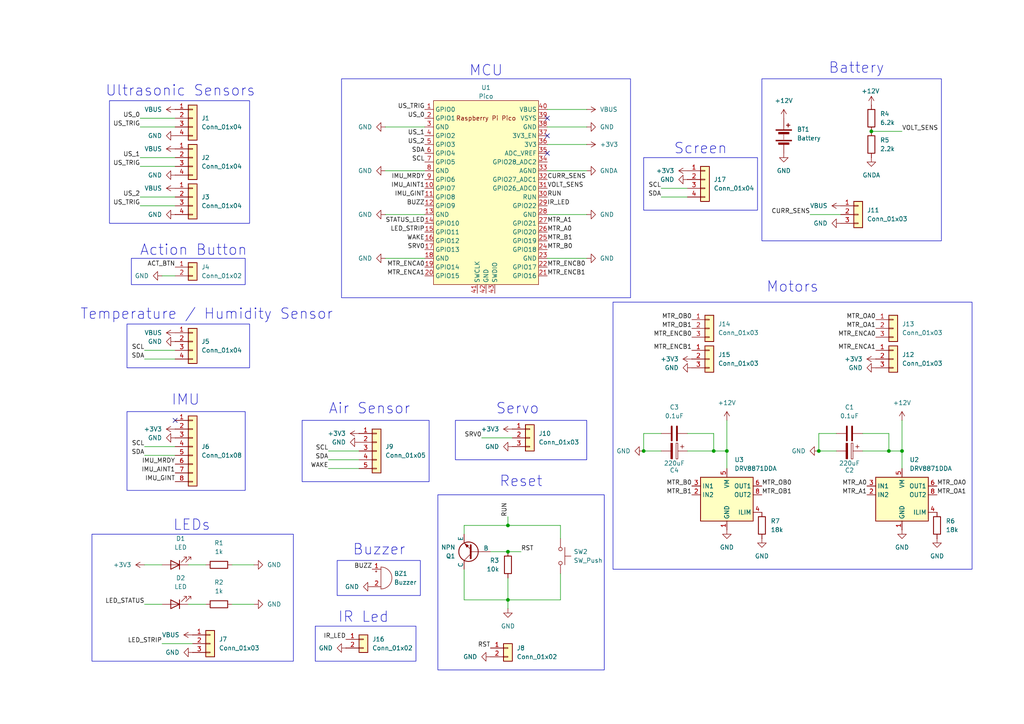
<source format=kicad_sch>
(kicad_sch (version 20231120) (generator "eeschema") (generator_version "8.0")
  (paper "A4")
  (title_block (title "Muscle Board") (date "2024-05-05") (company "fortisix") (comment 1 "Made with love in Italy"))
  (lib_symbols
    (symbol "Connector_Generic:Conn_01x02" (pin_names (offset 1.016) hide)
      (property "Reference" "J" (at 0 2.54 0))
      (property "Value" "Conn_01x02" (at 0 -5.08 0))
      (symbol "Conn_01x02_1_1"
        (rectangle (start -1.27 -2.413) (end 0 -2.667) (stroke (width 0.1524)))
        (rectangle (start -1.27 0.127) (end 0 -0.127) (stroke (width 0.1524)))
        (rectangle (start -1.27 1.27) (end 1.27 -3.81) (stroke (width 0.254)) (fill (type background)))
        (pin passive line (at -5.08 0 0) (length 3.81) (name "Pin_1") (number "1"))
        (pin passive line (at -5.08 -2.54 0) (length 3.81) (name "Pin_2") (number "2"))
      )
    )
    (symbol "Connector_Generic:Conn_01x03" (pin_names (offset 1.016) hide)
      (property "Reference" "J" (at 0 5.08 0))
      (property "Value" "Conn_01x03" (at 0 -5.08 0))
      (symbol "Conn_01x03_1_1"
        (rectangle (start -1.27 -2.413) (end 0 -2.667) (stroke (width 0.1524)))
        (rectangle (start -1.27 0.127) (end 0 -0.127) (stroke (width 0.1524)))
        (rectangle (start -1.27 2.667) (end 0 2.413) (stroke (width 0.1524)))
        (rectangle (start -1.27 3.81) (end 1.27 -3.81) (stroke (width 0.254)) (fill (type background)))
        (pin passive line (at -5.08 2.54 0) (length 3.81) (name "Pin_1") (number "1"))
        (pin passive line (at -5.08 0 0) (length 3.81) (name "Pin_2") (number "2"))
        (pin passive line (at -5.08 -2.54 0) (length 3.81) (name "Pin_3") (number "3"))
      )
    )
    (symbol "Connector_Generic:Conn_01x04" (pin_names (offset 1.016) hide)
      (property "Reference" "J" (at 0 5.08 0))
      (property "Value" "Conn_01x04" (at 0 -7.62 0))
      (symbol "Conn_01x04_1_1"
        (rectangle (start -1.27 -4.953) (end 0 -5.207) (stroke (width 0.1524)))
        (rectangle (start -1.27 -2.413) (end 0 -2.667) (stroke (width 0.1524)))
        (rectangle (start -1.27 0.127) (end 0 -0.127) (stroke (width 0.1524)))
        (rectangle (start -1.27 2.667) (end 0 2.413) (stroke (width 0.1524)))
        (rectangle (start -1.27 3.81) (end 1.27 -6.35) (stroke (width 0.254)) (fill (type background)))
        (pin passive line (at -5.08 2.54 0) (length 3.81) (name "Pin_1") (number "1"))
        (pin passive line (at -5.08 0 0) (length 3.81) (name "Pin_2") (number "2"))
        (pin passive line (at -5.08 -2.54 0) (length 3.81) (name "Pin_3") (number "3"))
        (pin passive line (at -5.08 -5.08 0) (length 3.81) (name "Pin_4") (number "4"))
      )
    )
    (symbol "Connector_Generic:Conn_01x05" (pin_names (offset 1.016) hide)
      (property "Reference" "J" (at 0 7.62 0))
      (property "Value" "Conn_01x05" (at 0 -7.62 0))
      (symbol "Conn_01x05_1_1"
        (rectangle (start -1.27 -4.953) (end 0 -5.207) (stroke (width 0.1524)))
        (rectangle (start -1.27 -2.413) (end 0 -2.667) (stroke (width 0.1524)))
        (rectangle (start -1.27 0.127) (end 0 -0.127) (stroke (width 0.1524)))
        (rectangle (start -1.27 2.667) (end 0 2.413) (stroke (width 0.1524)))
        (rectangle (start -1.27 5.207) (end 0 4.953) (stroke (width 0.1524)))
        (rectangle (start -1.27 6.35) (end 1.27 -6.35) (stroke (width 0.254)) (fill (type background)))
        (pin passive line (at -5.08 5.08 0) (length 3.81) (name "Pin_1") (number "1"))
        (pin passive line (at -5.08 2.54 0) (length 3.81) (name "Pin_2") (number "2"))
        (pin passive line (at -5.08 0 0) (length 3.81) (name "Pin_3") (number "3"))
        (pin passive line (at -5.08 -2.54 0) (length 3.81) (name "Pin_4") (number "4"))
        (pin passive line (at -5.08 -5.08 0) (length 3.81) (name "Pin_5") (number "5"))
      )
    )
    (symbol "Connector_Generic:Conn_01x08" (pin_names (offset 1.016) hide)
      (property "Reference" "J" (at 0 10.16 0))
      (property "Value" "Conn_01x08" (at 0 -12.7 0))
      (symbol "Conn_01x08_1_1"
        (rectangle (start -1.27 -10.033) (end 0 -10.287) (stroke (width 0.1524)))
        (rectangle (start -1.27 -7.493) (end 0 -7.747) (stroke (width 0.1524)))
        (rectangle (start -1.27 -4.953) (end 0 -5.207) (stroke (width 0.1524)))
        (rectangle (start -1.27 -2.413) (end 0 -2.667) (stroke (width 0.1524)))
        (rectangle (start -1.27 0.127) (end 0 -0.127) (stroke (width 0.1524)))
        (rectangle (start -1.27 2.667) (end 0 2.413) (stroke (width 0.1524)))
        (rectangle (start -1.27 5.207) (end 0 4.953) (stroke (width 0.1524)))
        (rectangle (start -1.27 7.747) (end 0 7.493) (stroke (width 0.1524)))
        (rectangle (start -1.27 8.89) (end 1.27 -11.43) (stroke (width 0.254)) (fill (type background)))
        (pin passive line (at -5.08 7.62 0) (length 3.81) (name "Pin_1") (number "1"))
        (pin passive line (at -5.08 5.08 0) (length 3.81) (name "Pin_2") (number "2"))
        (pin passive line (at -5.08 2.54 0) (length 3.81) (name "Pin_3") (number "3"))
        (pin passive line (at -5.08 0 0) (length 3.81) (name "Pin_4") (number "4"))
        (pin passive line (at -5.08 -2.54 0) (length 3.81) (name "Pin_5") (number "5"))
        (pin passive line (at -5.08 -5.08 0) (length 3.81) (name "Pin_6") (number "6"))
        (pin passive line (at -5.08 -7.62 0) (length 3.81) (name "Pin_7") (number "7"))
        (pin passive line (at -5.08 -10.16 0) (length 3.81) (name "Pin_8") (number "8"))
      )
    )
    (symbol "Device:Battery" (pin_numbers hide) (pin_names (offset 0) hide)
      (property "Reference" "BT" (at 2.54 2.54 0))
      (property "Value" "Battery" (at 2.54 0 0))
      (symbol "Battery_0_1"
        (rectangle (start -2.286 -1.27) (end 2.286 -1.524) (fill (type outline)))
        (rectangle (start -2.286 1.778) (end 2.286 1.524) (fill (type outline)))
        (rectangle (start -1.524 -2.032) (end 1.524 -2.54) (fill (type outline)))
        (rectangle (start -1.524 1.016) (end 1.524 0.508) (fill (type outline)))
        (polyline (pts (xy 0 -1.016) (xy 0 -0.762)))
        (polyline (pts (xy 0 -0.508) (xy 0 -0.254)))
        (polyline (pts (xy 0 0) (xy 0 0.254)))
        (polyline (pts (xy 0 1.778) (xy 0 2.54)))
        (polyline (pts (xy 0.762 3.048) (xy 1.778 3.048)) (stroke (width 0.254)))
        (polyline (pts (xy 1.27 3.556) (xy 1.27 2.54)) (stroke (width 0.254)))
      )
      (symbol "Battery_1_1"
        (pin passive line (at 0 5.08 270) (length 2.54) (name "+") (number "1"))
        (pin passive line (at 0 -5.08 90) (length 2.54) (name "-") (number "2"))
      )
    )
    (symbol "Device:Buzzer" (pin_names (offset 0.0254) hide)
      (property "Reference" "BZ" (at 3.81 1.27 0))
      (property "Value" "Buzzer" (at 3.81 -1.27 0))
      (symbol "Buzzer_0_1"
        (arc (start 0 -3.175) (mid 3.1612 0) (end 0 3.175))
        (polyline (pts (xy -1.651 1.905) (xy -1.143 1.905)))
        (polyline (pts (xy -1.397 2.159) (xy -1.397 1.651)))
        (polyline (pts (xy 0 3.175) (xy 0 -3.175)))
      )
      (symbol "Buzzer_1_1"
        (pin passive line (at -2.54 2.54 0) (length 2.54) (name "+") (number "1"))
        (pin passive line (at -2.54 -2.54 0) (length 2.54) (name "-") (number "2"))
      )
    )
    (symbol "Device:C" (pin_numbers hide) (pin_names (offset 0.254))
      (property "Reference" "C" (at 0.635 2.54 0))
      (property "Value" "C" (at 0.635 -2.54 0))
      (symbol "C_0_1"
        (polyline (pts (xy -2.032 -0.762) (xy 2.032 -0.762)) (stroke (width 0.508)))
        (polyline (pts (xy -2.032 0.762) (xy 2.032 0.762)) (stroke (width 0.508)))
      )
      (symbol "C_1_1"
        (pin passive line (at 0 3.81 270) (length 2.794) (name "~") (number "1"))
        (pin passive line (at 0 -3.81 90) (length 2.794) (name "~") (number "2"))
      )
    )
    (symbol "Device:C_Polarized" (pin_numbers hide) (pin_names (offset 0.254))
      (property "Reference" "C" (at 0.635 2.54 0))
      (property "Value" "C_Polarized" (at 0.635 -2.54 0))
      (symbol "C_Polarized_0_1"
        (rectangle (start -2.286 0.508) (end 2.286 1.016))
        (polyline (pts (xy -1.778 2.286) (xy -0.762 2.286)))
        (polyline (pts (xy -1.27 2.794) (xy -1.27 1.778)))
        (rectangle (start 2.286 -0.508) (end -2.286 -1.016) (fill (type outline)))
      )
      (symbol "C_Polarized_1_1"
        (pin passive line (at 0 3.81 270) (length 2.794) (name "~") (number "1"))
        (pin passive line (at 0 -3.81 90) (length 2.794) (name "~") (number "2"))
      )
    )
    (symbol "Device:LED" (pin_numbers hide) (pin_names (offset 1.016) hide)
      (property "Reference" "D" (at 0 2.54 0))
      (property "Value" "LED" (at 0 -2.54 0))
      (symbol "LED_0_1"
        (polyline (pts (xy -1.27 -1.27) (xy -1.27 1.27)) (stroke (width 0.254)))
        (polyline (pts (xy -1.27 0) (xy 1.27 0)))
        (polyline (pts (xy 1.27 -1.27) (xy 1.27 1.27) (xy -1.27 0) (xy 1.27 -1.27)) (stroke (width 0.254)))
        (polyline (pts (xy -3.048 -0.762) (xy -4.572 -2.286) (xy -3.81 -2.286) (xy -4.572 -2.286) (xy -4.572 -1.524)))
        (polyline (pts (xy -1.778 -0.762) (xy -3.302 -2.286) (xy -2.54 -2.286) (xy -3.302 -2.286) (xy -3.302 -1.524)))
      )
      (symbol "LED_1_1"
        (pin passive line (at -3.81 0 0) (length 2.54) (name "K") (number "1"))
        (pin passive line (at 3.81 0 180) (length 2.54) (name "A") (number "2"))
      )
    )
    (symbol "Device:R" (pin_numbers hide) (pin_names (offset 0))
      (property "Reference" "R" (at 2.032 0 90))
      (property "Value" "R" (at 0 0 90))
      (symbol "R_0_1"
        (rectangle (start -1.016 -2.54) (end 1.016 2.54) (stroke (width 0.254)))
      )
      (symbol "R_1_1"
        (pin passive line (at 0 3.81 270) (length 1.27) (name "~") (number "1"))
        (pin passive line (at 0 -3.81 90) (length 1.27) (name "~") (number "2"))
      )
    )
    (symbol "Driver_Motor:DRV8871DDA"
      (property "Reference" "U" (at -6.35 6.35 0))
      (property "Value" "DRV8871DDA" (at 8.89 6.35 0))
      (symbol "DRV8871DDA_0_1"
        (rectangle (start -7.62 5.08) (end 7.62 -7.62) (stroke (width 0.254)) (fill (type background)))
      )
      (symbol "DRV8871DDA_1_1"
        (pin power_in line (at 0 -10.16 90) (length 2.54) (name "GND") (number "1"))
        (pin input line (at -10.16 0 0) (length 2.54) (name "IN2") (number "2"))
        (pin input line (at -10.16 2.54 0) (length 2.54) (name "IN1") (number "3"))
        (pin passive line (at 10.16 -5.08 180) (length 2.54) (name "ILIM") (number "4"))
        (pin power_in line (at 0 7.62 270) (length 2.54) (name "VM") (number "5"))
        (pin output line (at 10.16 2.54 180) (length 2.54) (name "OUT1") (number "6"))
        (pin passive line (at 0 -10.16 90) (length 2.54) hide (name "GND") (number "7"))
        (pin output line (at 10.16 0 180) (length 2.54) (name "OUT2") (number "8"))
        (pin passive line (at 0 -10.16 90) (length 2.54) hide (name "GND") (number "9"))
      )
    )
    (symbol "MCU_RaspberryPi_and_Boards:Pico"
      (property "Reference" "U" (at -13.97 27.94 0))
      (property "Value" "Pico" (at 0 19.05 0))
      (symbol "Pico_0_0"
        (text "Raspberry Pi Pico" (at 0 21.59 0) (effects (font (size 1.27 1.27))))
      )
      (symbol "Pico_0_1"
        (rectangle (start -15.24 26.67) (end 15.24 -26.67) (fill (type background)))
      )
      (symbol "Pico_1_1"
        (pin bidirectional line (at -17.78 24.13 0) (length 2.54) (name "GPIO0") (number "1"))
        (pin bidirectional line (at -17.78 1.27 0) (length 2.54) (name "GPIO7") (number "10"))
        (pin bidirectional line (at -17.78 -1.27 0) (length 2.54) (name "GPIO8") (number "11"))
        (pin bidirectional line (at -17.78 -3.81 0) (length 2.54) (name "GPIO9") (number "12"))
        (pin power_in line (at -17.78 -6.35 0) (length 2.54) (name "GND") (number "13"))
        (pin bidirectional line (at -17.78 -8.89 0) (length 2.54) (name "GPIO10") (number "14"))
        (pin bidirectional line (at -17.78 -11.43 0) (length 2.54) (name "GPIO11") (number "15"))
        (pin bidirectional line (at -17.78 -13.97 0) (length 2.54) (name "GPIO12") (number "16"))
        (pin bidirectional line (at -17.78 -16.51 0) (length 2.54) (name "GPIO13") (number "17"))
        (pin power_in line (at -17.78 -19.05 0) (length 2.54) (name "GND") (number "18"))
        (pin bidirectional line (at -17.78 -21.59 0) (length 2.54) (name "GPIO14") (number "19"))
        (pin bidirectional line (at -17.78 21.59 0) (length 2.54) (name "GPIO1") (number "2"))
        (pin bidirectional line (at -17.78 -24.13 0) (length 2.54) (name "GPIO15") (number "20"))
        (pin bidirectional line (at 17.78 -24.13 180) (length 2.54) (name "GPIO16") (number "21"))
        (pin bidirectional line (at 17.78 -21.59 180) (length 2.54) (name "GPIO17") (number "22"))
        (pin power_in line (at 17.78 -19.05 180) (length 2.54) (name "GND") (number "23"))
        (pin bidirectional line (at 17.78 -16.51 180) (length 2.54) (name "GPIO18") (number "24"))
        (pin bidirectional line (at 17.78 -13.97 180) (length 2.54) (name "GPIO19") (number "25"))
        (pin bidirectional line (at 17.78 -11.43 180) (length 2.54) (name "GPIO20") (number "26"))
        (pin bidirectional line (at 17.78 -8.89 180) (length 2.54) (name "GPIO21") (number "27"))
        (pin power_in line (at 17.78 -6.35 180) (length 2.54) (name "GND") (number "28"))
        (pin bidirectional line (at 17.78 -3.81 180) (length 2.54) (name "GPIO22") (number "29"))
        (pin power_in line (at -17.78 19.05 0) (length 2.54) (name "GND") (number "3"))
        (pin input line (at 17.78 -1.27 180) (length 2.54) (name "RUN") (number "30"))
        (pin bidirectional line (at 17.78 1.27 180) (length 2.54) (name "GPIO26_ADC0") (number "31"))
        (pin bidirectional line (at 17.78 3.81 180) (length 2.54) (name "GPIO27_ADC1") (number "32"))
        (pin power_in line (at 17.78 6.35 180) (length 2.54) (name "AGND") (number "33"))
        (pin bidirectional line (at 17.78 8.89 180) (length 2.54) (name "GPIO28_ADC2") (number "34"))
        (pin power_in line (at 17.78 11.43 180) (length 2.54) (name "ADC_VREF") (number "35"))
        (pin power_in line (at 17.78 13.97 180) (length 2.54) (name "3V3") (number "36"))
        (pin input line (at 17.78 16.51 180) (length 2.54) (name "3V3_EN") (number "37"))
        (pin bidirectional line (at 17.78 19.05 180) (length 2.54) (name "GND") (number "38"))
        (pin power_in line (at 17.78 21.59 180) (length 2.54) (name "VSYS") (number "39"))
        (pin bidirectional line (at -17.78 16.51 0) (length 2.54) (name "GPIO2") (number "4"))
        (pin power_in line (at 17.78 24.13 180) (length 2.54) (name "VBUS") (number "40"))
        (pin input line (at -2.54 -29.21 90) (length 2.54) (name "SWCLK") (number "41"))
        (pin power_in line (at 0 -29.21 90) (length 2.54) (name "GND") (number "42"))
        (pin bidirectional line (at 2.54 -29.21 90) (length 2.54) (name "SWDIO") (number "43"))
        (pin bidirectional line (at -17.78 13.97 0) (length 2.54) (name "GPIO3") (number "5"))
        (pin bidirectional line (at -17.78 11.43 0) (length 2.54) (name "GPIO4") (number "6"))
        (pin bidirectional line (at -17.78 8.89 0) (length 2.54) (name "GPIO5") (number "7"))
        (pin power_in line (at -17.78 6.35 0) (length 2.54) (name "GND") (number "8"))
        (pin bidirectional line (at -17.78 3.81 0) (length 2.54) (name "GPIO6") (number "9"))
      )
    )
    (symbol "Simulation_SPICE:NPN" (pin_numbers hide) (pin_names (offset 0))
      (property "Reference" "Q" (at -2.54 7.62 0))
      (property "Value" "NPN" (at -2.54 5.08 0))
      (symbol "NPN_0_1"
        (polyline (pts (xy -2.54 0) (xy 0.635 0)) (stroke (width 0.1524)))
        (polyline (pts (xy 0.635 0.635) (xy 2.54 2.54)))
        (polyline (pts (xy 2.794 -1.27) (xy 2.794 -1.27)) (stroke (width 0.1524)))
        (polyline (pts (xy 2.794 -1.27) (xy 2.794 -1.27)) (stroke (width 0.1524)))
        (polyline (pts (xy 0.635 -0.635) (xy 2.54 -2.54) (xy 2.54 -2.54)))
        (polyline (pts (xy 0.635 1.905) (xy 0.635 -1.905) (xy 0.635 -1.905)) (stroke (width 0.508)))
        (polyline (pts (xy 1.27 -1.778) (xy 1.778 -1.27) (xy 2.286 -2.286) (xy 1.27 -1.778) (xy 1.27 -1.778)) (fill (type outline)))
        (circle (center 1.27 0) (radius 2.8194) (stroke (width 0.254)))
      )
      (symbol "NPN_1_1"
        (pin open_collector line (at 2.54 5.08 270) (length 2.54) (name "C") (number "1"))
        (pin input line (at -5.08 0 0) (length 2.54) (name "B") (number "2"))
        (pin open_emitter line (at 2.54 -5.08 90) (length 2.54) (name "E") (number "3"))
      )
    )
    (symbol "Switch:SW_Push" (pin_numbers hide) (pin_names (offset 1.016) hide)
      (property "Reference" "SW" (at 1.27 2.54 0))
      (property "Value" "SW_Push" (at 0 -1.524 0))
      (symbol "SW_Push_0_1"
        (circle (center -2.032 0) (radius 0.508))
        (polyline (pts (xy 0 1.27) (xy 0 3.048)))
        (polyline (pts (xy 2.54 1.27) (xy -2.54 1.27)))
        (circle (center 2.032 0) (radius 0.508))
        (pin passive line (at -5.08 0 0) (length 2.54) (name "1") (number "1"))
        (pin passive line (at 5.08 0 180) (length 2.54) (name "2") (number "2"))
      )
    )
    (symbol "power:+12V" (power) (pin_numbers hide) (pin_names (offset 0) hide)
      (property "Value" "+12V" (at 0 3.556 0))
      (symbol "+12V_0_1"
        (polyline (pts (xy -0.762 1.27) (xy 0 2.54)))
        (polyline (pts (xy 0 0) (xy 0 2.54)))
        (polyline (pts (xy 0 2.54) (xy 0.762 1.27)))
      )
      (symbol "+12V_1_1"
        (pin power_in line (at 0 0 90) (length 0) (name "~") (number "1"))
      )
    )
    (symbol "power:+3V3" (power) (pin_numbers hide) (pin_names (offset 0) hide)
      (property "Value" "+3V3" (at 0 3.556 0))
      (symbol "+3V3_0_1"
        (polyline (pts (xy -0.762 1.27) (xy 0 2.54)))
        (polyline (pts (xy 0 0) (xy 0 2.54)))
        (polyline (pts (xy 0 2.54) (xy 0.762 1.27)))
      )
      (symbol "+3V3_1_1"
        (pin power_in line (at 0 0 90) (length 0) (name "~") (number "1"))
      )
    )
    (symbol "power:GND" (power) (pin_numbers hide) (pin_names (offset 0) hide)
      (property "Value" "GND" (at 0 -3.81 0))
      (symbol "GND_0_1"
        (polyline (pts (xy 0 0) (xy 0 -1.27) (xy 1.27 -1.27) (xy 0 -2.54) (xy -1.27 -1.27) (xy 0 -1.27)))
      )
      (symbol "GND_1_1"
        (pin power_in line (at 0 0 270) (length 0) (name "~") (number "1"))
      )
    )
    (symbol "power:GNDA" (power) (pin_numbers hide) (pin_names (offset 0) hide)
      (property "Value" "GNDA" (at 0 -3.81 0))
      (symbol "GNDA_0_1"
        (polyline (pts (xy 0 0) (xy 0 -1.27) (xy 1.27 -1.27) (xy 0 -2.54) (xy -1.27 -1.27) (xy 0 -1.27)))
      )
      (symbol "GNDA_1_1"
        (pin power_in line (at 0 0 270) (length 0) (name "~") (number "1"))
      )
    )
    (symbol "power:VBUS" (power) (pin_numbers hide) (pin_names (offset 0) hide)
      (property "Value" "VBUS" (at 0 3.556 0))
      (symbol "VBUS_0_1"
        (polyline (pts (xy -0.762 1.27) (xy 0 2.54)))
        (polyline (pts (xy 0 0) (xy 0 2.54)))
        (polyline (pts (xy 0 2.54) (xy 0.762 1.27)))
      )
      (symbol "VBUS_1_1"
        (pin power_in line (at 0 0 90) (length 0) (name "~") (number "1"))
      )
    )
  )
  (junction (at 207.01 130.81))
  (junction (at 257.81 130.81))
  (junction (at 147.32 173.99))
  (junction (at 237.49 130.81))
  (junction (at 210.82 130.81))
  (junction (at 186.69 130.81))
  (junction (at 147.32 160.02))
  (junction (at 147.32 152.4))
  (junction (at 261.62 130.81))
  (junction (at 252.73 38.1))
  (no_connect (at 50.8 121.92))
  (no_connect (at 158.75 34.29))
  (no_connect (at 158.75 39.37))
  (no_connect (at 158.75 44.45))
  (wire (pts (xy 54.61 163.83) (xy 59.69 163.83)))
  (wire (pts (xy 147.32 152.4) (xy 147.32 149.86)))
  (wire (pts (xy 111.76 62.23) (xy 123.19 62.23)))
  (wire (pts (xy 67.31 163.83) (xy 73.66 163.83)))
  (wire (pts (xy 151.13 160.02) (xy 147.32 160.02)))
  (wire (pts (xy 147.32 167.64) (xy 147.32 173.99)))
  (wire (pts (xy 46.99 80.01) (xy 50.8 80.01)))
  (wire (pts (xy 147.32 173.99) (xy 147.32 176.53)))
  (wire (pts (xy 252.73 38.1) (xy 261.62 38.1)))
  (wire (pts (xy 170.18 41.91) (xy 158.75 41.91)))
  (wire (pts (xy 41.91 175.26) (xy 46.99 175.26)))
  (wire (pts (xy 158.75 74.93) (xy 170.18 74.93)))
  (wire (pts (xy 41.91 101.6) (xy 50.8 101.6)))
  (wire (pts (xy 210.82 121.92) (xy 210.82 130.81)))
  (wire (pts (xy 147.32 173.99) (xy 162.56 173.99)))
  (wire (pts (xy 40.64 48.26) (xy 50.8 48.26)))
  (wire (pts (xy 170.18 49.53) (xy 158.75 49.53)))
  (wire (pts (xy 237.49 130.81) (xy 242.57 130.81)))
  (wire (pts (xy 95.25 135.89) (xy 104.14 135.89)))
  (wire (pts (xy 191.77 57.15) (xy 199.39 57.15)))
  (wire (pts (xy 250.19 125.73) (xy 257.81 125.73)))
  (wire (pts (xy 234.95 62.23) (xy 243.84 62.23)))
  (wire (pts (xy 170.18 36.83) (xy 158.75 36.83)))
  (wire (pts (xy 134.62 173.99) (xy 134.62 165.1)))
  (wire (pts (xy 41.91 132.08) (xy 50.8 132.08)))
  (wire (pts (xy 40.64 34.29) (xy 50.8 34.29)))
  (wire (pts (xy 261.62 130.81) (xy 261.62 135.89)))
  (wire (pts (xy 191.77 54.61) (xy 199.39 54.61)))
  (wire (pts (xy 40.64 59.69) (xy 50.8 59.69)))
  (wire (pts (xy 111.76 49.53) (xy 123.19 49.53)))
  (wire (pts (xy 199.39 130.81) (xy 207.01 130.81)))
  (wire (pts (xy 257.81 125.73) (xy 257.81 130.81)))
  (wire (pts (xy 41.91 104.14) (xy 50.8 104.14)))
  (wire (pts (xy 40.64 45.72) (xy 50.8 45.72)))
  (wire (pts (xy 41.91 129.54) (xy 50.8 129.54)))
  (wire (pts (xy 237.49 125.73) (xy 237.49 130.81)))
  (wire (pts (xy 147.32 160.02) (xy 142.24 160.02)))
  (wire (pts (xy 191.77 125.73) (xy 186.69 125.73)))
  (wire (pts (xy 95.25 133.35) (xy 104.14 133.35)))
  (wire (pts (xy 162.56 152.4) (xy 147.32 152.4)))
  (wire (pts (xy 139.7 127) (xy 148.59 127)))
  (wire (pts (xy 54.61 175.26) (xy 59.69 175.26)))
  (wire (pts (xy 242.57 125.73) (xy 237.49 125.73)))
  (wire (pts (xy 111.76 36.83) (xy 123.19 36.83)))
  (wire (pts (xy 67.31 175.26) (xy 73.66 175.26)))
  (wire (pts (xy 186.69 125.73) (xy 186.69 130.81)))
  (wire (pts (xy 162.56 173.99) (xy 162.56 166.37)))
  (wire (pts (xy 257.81 130.81) (xy 261.62 130.81)))
  (wire (pts (xy 158.75 62.23) (xy 170.18 62.23)))
  (wire (pts (xy 40.64 57.15) (xy 50.8 57.15)))
  (wire (pts (xy 41.91 163.83) (xy 46.99 163.83)))
  (wire (pts (xy 170.18 31.75) (xy 158.75 31.75)))
  (wire (pts (xy 207.01 125.73) (xy 207.01 130.81)))
  (wire (pts (xy 210.82 130.81) (xy 210.82 135.89)))
  (wire (pts (xy 186.69 130.81) (xy 191.77 130.81)))
  (wire (pts (xy 46.99 186.69) (xy 55.88 186.69)))
  (wire (pts (xy 134.62 152.4) (xy 147.32 152.4)))
  (wire (pts (xy 250.19 130.81) (xy 257.81 130.81)))
  (wire (pts (xy 162.56 156.21) (xy 162.56 152.4)))
  (wire (pts (xy 95.25 130.81) (xy 104.14 130.81)))
  (wire (pts (xy 207.01 130.81) (xy 210.82 130.81)))
  (wire (pts (xy 199.39 125.73) (xy 207.01 125.73)))
  (wire (pts (xy 111.76 74.93) (xy 123.19 74.93)))
  (wire (pts (xy 134.62 154.94) (xy 134.62 152.4)))
  (wire (pts (xy 261.62 121.92) (xy 261.62 130.81)))
  (wire (pts (xy 147.32 173.99) (xy 134.62 173.99)))
  (wire (pts (xy 40.64 36.83) (xy 50.8 36.83)))
  (rectangle (start 177.8 87.63) (end 281.94 165.1))
  (rectangle (start 26.67 154.94) (end 85.09 191.77))
  (rectangle (start 99.06 22.86) (end 182.88 86.36))
  (rectangle (start 220.98 22.86) (end 273.05 69.85))
  (rectangle (start 31.75 29.21) (end 72.39 64.77))
  (rectangle (start 132.08 121.92) (end 170.18 133.35))
  (rectangle (start 87.63 121.92) (end 124.46 139.7))
  (rectangle (start 97.79 162.56) (end 121.92 172.72))
  (rectangle (start 186.69 45.72) (end 219.71 60.96))
  (rectangle (start 36.83 119.38) (end 71.12 142.24))
  (rectangle (start 127 143.51) (end 175.26 194.31))
  (rectangle (start 38.1 74.93) (end 71.12 82.55))
  (rectangle (start 36.83 93.98) (end 72.39 106.68))
  (rectangle (start 91.44 181.61) (end 120.65 191.77))
  (text "IR Led" (at 105.41 179.07 0) (effects (font (size 3.048 3.048))))
  (text "Reset" (at 151.13 139.7 0) (effects (font (size 3.048 3.048))))
  (text "Ultrasonic Sensors" (at 52.324 26.416 0) (effects (font (size 3.048 3.048))))
  (text "LEDs" (at 55.626 152.4 0) (effects (font (size 3.048 3.048))))
  (text "MCU" (at 140.97 20.574 0) (effects (font (size 3.048 3.048))))
  (text "Buzzer" (at 109.982 159.512 0) (effects (font (size 3.048 3.048))))
  (text "Action Button" (at 56.134 72.644 0) (effects (font (size 3.048 3.048))))
  (text "Temperature / Humidity Sensor" (at 59.944 91.186 0) (effects (font (size 3.048 3.048))))
  (text "Motors" (at 229.87 83.312 0) (effects (font (size 3.048 3.048))))
  (text "Screen" (at 203.2 43.18 0) (effects (font (size 3.048 3.048))))
  (text "IMU" (at 53.848 116.078 0) (effects (font (size 3.048 3.048))))
  (text "Battery" (at 248.412 19.812 0) (effects (font (size 3.048 3.048))))
  (text "Servo" (at 150.114 118.618 0) (effects (font (size 3.048 3.048))))
  (text "Air Sensor" (at 107.188 118.618 0) (effects (font (size 3.048 3.048))))
  (label "IR_LED" (at 158.75 59.69 0))
  (label "WAKE" (at 123.19 69.85 180))
  (label "IMU_AINT1" (at 123.19 54.61 180))
  (label "BUZZ" (at 107.95 165.1 180))
  (label "MTR_A1" (at 251.46 143.51 180))
  (label "RUN" (at 147.32 149.86 90))
  (label "MTR_ENCB0" (at 200.66 97.79 180))
  (label "MTR_OB0" (at 220.98 140.97 0))
  (label "IMU_AINT1" (at 50.8 137.16 180))
  (label "MTR_B1" (at 158.75 69.85 0))
  (label "MTR_ENCA1" (at 123.19 80.01 180))
  (label "LED_STRIP" (at 123.19 67.31 180))
  (label "US_TRIG" (at 40.64 36.83 180))
  (label "VOLT_SENS" (at 261.62 38.1 0))
  (label "RST" (at 142.24 187.96 180))
  (label "ACT_BTN" (at 50.8 77.47 180))
  (label "US_TRIG" (at 123.19 31.75 180))
  (label "SDA" (at 41.91 132.08 180))
  (label "IMU_MRDY" (at 50.8 134.62 180))
  (label "MTR_A0" (at 251.46 140.97 180))
  (label "LED_STRIP" (at 46.99 186.69 180))
  (label "US_1" (at 40.64 45.72 180))
  (label "SCL" (at 41.91 101.6 180))
  (label "MTR_OA0" (at 254 92.71 180))
  (label "SCL" (at 95.25 130.81 180))
  (label "BUZZ" (at 123.19 59.69 180))
  (label "SDA" (at 123.19 44.45 180))
  (label "US_TRIG" (at 40.64 48.26 180))
  (label "VOLT_SENS" (at 158.75 54.61 0))
  (label "SCL" (at 123.19 46.99 180))
  (label "MTR_ENCA0" (at 254 97.79 180))
  (label "MTR_OA1" (at 271.78 143.51 0))
  (label "US_0" (at 40.64 34.29 180))
  (label "MTR_ENCB0" (at 158.75 77.47 0))
  (label "MTR_ENCA0" (at 123.19 77.47 180))
  (label "IMU_MRDY" (at 123.19 52.07 180))
  (label "CURR_SENS" (at 234.95 62.23 180))
  (label "SCL" (at 41.91 129.54 180))
  (label "US_2" (at 40.64 57.15 180))
  (label "MTR_B1" (at 200.66 143.51 180))
  (label "SRV0" (at 139.7 127 180))
  (label "MTR_OB1" (at 220.98 143.51 0))
  (label "MTR_ENCB1" (at 200.66 101.6 180))
  (label "US_2" (at 123.19 41.91 180))
  (label "IR_LED" (at 100.33 185.42 180))
  (label "SRV0" (at 123.19 72.39 180))
  (label "MTR_B0" (at 158.75 72.39 0))
  (label "SCL" (at 191.77 54.61 180))
  (label "RST" (at 151.13 160.02 0))
  (label "MTR_B0" (at 200.66 140.97 180))
  (label "MTR_OA0" (at 271.78 140.97 0))
  (label "MTR_A0" (at 158.75 67.31 0))
  (label "RUN" (at 158.75 57.15 0))
  (label "STATUS_LED" (at 123.19 64.77 180))
  (label "US_0" (at 123.19 34.29 180))
  (label "MTR_OB1" (at 200.66 95.25 180))
  (label "SDA" (at 95.25 133.35 180))
  (label "MTR_ENCA1" (at 254 101.6 180))
  (label "MTR_ENCB1" (at 158.75 80.01 0))
  (label "SDA" (at 191.77 57.15 180))
  (label "SDA" (at 41.91 104.14 180))
  (label "LED_STATUS" (at 41.91 175.26 180))
  (label "IMU_GINT" (at 50.8 139.7 180))
  (label "WAKE" (at 95.25 135.89 180))
  (label "MTR_OA1" (at 254 95.25 180))
  (label "CURR_SENS" (at 158.75 52.07 0))
  (label "IMU_GINT" (at 123.19 57.15 180))
  (label "MTR_A1" (at 158.75 64.77 0))
  (label "US_1" (at 123.19 39.37 180))
  (label "US_TRIG" (at 40.64 59.69 180))
  (label "MTR_OB0" (at 200.66 92.71 180))
  (symbol (lib_id "power:GND") (at 111.76 36.83 270) (unit 1)
    (property "Reference" "#PWR08" (effects (hide yes)))
    (property "Value" "GND" (at 107.95 36.8299 90) (effects (justify right)))
    (property "Description" "Power symbol creates a global label with name \"GND\" , ground" (effects (hide yes)))
  )
  (symbol (lib_id "Device:C_Polarized") (at 246.38 130.81 270) (unit 1)
    (property "Reference" "C2" (at 246.38 136.398 90))
    (property "Value" "220uF" (at 246.38 134.366 90))
    (property "Description" "Polarized capacitor" (effects (hide yes)))
  )
  (symbol (lib_id "Connector_Generic:Conn_01x03") (at 248.92 62.23 0) (unit 1)
    (property "Reference" "J11" (at 251.46 60.9599 0) (effects (justify left)))
    (property "Value" "Conn_01x03" (at 251.46 63.4999 0) (effects (justify left)))
    (property "Description" "Generic connector, single row, 01x03, script generated (kicad-library-utils/schlib/autogen/connector/)" (effects (hide yes)))
  )
  (symbol (lib_id "power:GND") (at 50.8 99.06 270) (unit 1)
    (property "Reference" "#PWR011" (effects (hide yes)))
    (property "Value" "GND" (at 46.99 99.0599 90) (effects (justify right)))
    (property "Description" "Power symbol creates a global label with name \"GND\" , ground" (effects (hide yes)))
  )
  (symbol (lib_id "Connector_Generic:Conn_01x02") (at 147.32 187.96 0) (unit 1)
    (property "Reference" "J8" (at 149.86 187.9599 0) (effects (justify left)))
    (property "Value" "Conn_01x02" (at 149.86 190.4999 0) (effects (justify left)))
    (property "Description" "Generic connector, single row, 01x02, script generated (kicad-library-utils/schlib/autogen/connector/)" (effects (hide yes)))
  )
  (symbol (lib_id "MCU_RaspberryPi_and_Boards:Pico") (at 140.97 55.88 0) (unit 1)
    (property "Reference" "U1" (at 140.97 25.4 0))
    (property "Value" "Pico" (at 140.97 27.94 0))
    (property "Footprint" "RPi_Pico:RPi_Pico_SMD_TH" (effects (hide yes)))
  )
  (symbol (lib_id "Connector_Generic:Conn_01x03") (at 153.67 127 0) (unit 1)
    (property "Reference" "J10" (at 156.21 125.7299 0) (effects (justify left)))
    (property "Value" "Conn_01x03" (at 156.21 128.2699 0) (effects (justify left)))
    (property "Description" "Generic connector, single row, 01x03, script generated (kicad-library-utils/schlib/autogen/connector/)" (effects (hide yes)))
  )
  (symbol (lib_id "power:GND") (at 210.82 153.67 0) (unit 1)
    (property "Reference" "#PWR045" (effects (hide yes)))
    (property "Value" "GND" (at 210.82 158.75 0))
    (property "Description" "Power symbol creates a global label with name \"GND\" , ground" (effects (hide yes)))
  )
  (symbol (lib_id "Device:LED") (at 50.8 175.26 180) (unit 1)
    (property "Reference" "D2" (at 52.3875 167.64 0))
    (property "Value" "LED" (at 52.3875 170.18 0))
    (property "Description" "Light emitting diode" (effects (hide yes)))
  )
  (symbol (lib_id "power:+12V") (at 210.82 121.92 0) (unit 1)
    (property "Reference" "#PWR044" (effects (hide yes)))
    (property "Value" "+12V" (at 210.82 116.84 0))
    (property "Description" "Power symbol creates a global label with name \"+12V\"" (effects (hide yes)))
  )
  (symbol (lib_id "power:GND") (at 170.18 62.23 90) (unit 1)
    (property "Reference" "#PWR047" (effects (hide yes)))
    (property "Value" "GND" (at 173.99 62.2299 90) (effects (justify right)))
    (property "Description" "Power symbol creates a global label with name \"GND\" , ground" (effects (hide yes)))
  )
  (symbol (lib_id "Driver_Motor:DRV8871DDA") (at 210.82 143.51 0) (unit 1)
    (property "Reference" "U3" (at 213.0141 133.35 0) (effects (justify left)))
    (property "Value" "DRV8871DDA" (at 213.0141 135.89 0) (effects (justify left)))
    (property "Footprint" "Package_SO:Texas_HTSOP-8-1EP_3.9x4.9mm_P1.27mm_EP2.95x4.9mm_Mask2.4x3.1mm_ThermalVias" (effects (hide yes)))
    (property "Datasheet" "http://www.ti.com/lit/ds/symlink/drv8871.pdf" (effects (hide yes)))
    (property "Description" "Brushed DC Motor Driver, PWM Control, 45V, 3.6A, Current limiting, HTSOP-8" (effects (hide yes)))
  )
  (symbol (lib_id "Connector_Generic:Conn_01x03") (at 259.08 104.14 0) (unit 1)
    (property "Reference" "J12" (at 261.62 102.8699 0) (effects (justify left)))
    (property "Value" "Conn_01x03" (at 261.62 105.4099 0) (effects (justify left)))
    (property "Description" "Generic connector, single row, 01x03, script generated (kicad-library-utils/schlib/autogen/connector/)" (effects (hide yes)))
  )
  (symbol (lib_id "power:GND") (at 243.84 64.77 270) (unit 1)
    (property "Reference" "#PWR038" (effects (hide yes)))
    (property "Value" "GND" (at 240.03 64.7699 90) (effects (justify right)))
    (property "Description" "Power symbol creates a global label with name \"GND\" , ground" (effects (hide yes)))
  )
  (symbol (lib_id "power:GND") (at 142.24 190.5 270) (unit 1)
    (property "Reference" "#PWR027" (effects (hide yes)))
    (property "Value" "GND" (at 138.43 190.4999 90) (effects (justify right)))
    (property "Description" "Power symbol creates a global label with name \"GND\" , ground" (effects (hide yes)))
  )
  (symbol (lib_id "Connector_Generic:Conn_01x03") (at 60.96 186.69 0) (unit 1)
    (property "Reference" "J7" (at 63.5 185.4199 0) (effects (justify left)))
    (property "Value" "Conn_01x03" (at 63.5 187.9599 0) (effects (justify left)))
    (property "Description" "Generic connector, single row, 01x03, script generated (kicad-library-utils/schlib/autogen/connector/)" (effects (hide yes)))
  )
  (symbol (lib_id "power:+3V3") (at 148.59 124.46 90) (unit 1)
    (property "Reference" "#PWR030" (effects (hide yes)))
    (property "Value" "+3V3" (at 144.78 124.4599 90) (effects (justify left)))
    (property "Description" "Power symbol creates a global label with name \"+3V3\"" (effects (hide yes)))
  )
  (symbol (lib_id "power:VBUS") (at 50.8 54.61 90) (unit 1)
    (property "Reference" "#PWR02" (effects (hide yes)))
    (property "Value" "VBUS" (at 46.99 54.6099 90) (effects (justify left)))
    (property "Description" "Power symbol creates a global label with name \"VBUS\"" (effects (hide yes)))
  )
  (symbol (lib_id "power:GND") (at 111.76 74.93 270) (unit 1)
    (property "Reference" "#PWR017" (effects (hide yes)))
    (property "Value" "GND" (at 107.95 74.9299 90) (effects (justify right)))
    (property "Description" "Power symbol creates a global label with name \"GND\" , ground" (effects (hide yes)))
  )
  (symbol (lib_id "power:VBUS") (at 50.8 96.52 90) (unit 1)
    (property "Reference" "#PWR010" (effects (hide yes)))
    (property "Value" "VBUS" (at 46.99 96.5199 90) (effects (justify left)))
    (property "Description" "Power symbol creates a global label with name \"VBUS\"" (effects (hide yes)))
  )
  (symbol (lib_id "Device:LED") (at 50.8 163.83 180) (unit 1)
    (property "Reference" "D1" (at 52.3875 156.21 0))
    (property "Value" "LED" (at 52.3875 158.75 0))
    (property "Description" "Light emitting diode" (effects (hide yes)))
  )
  (symbol (lib_id "power:+3V3") (at 41.91 163.83 90) (unit 1)
    (property "Reference" "#PWR020" (effects (hide yes)))
    (property "Value" "+3V3" (at 38.1 163.8299 90) (effects (justify left)))
    (property "Description" "Power symbol creates a global label with name \"+3V3\"" (effects (hide yes)))
  )
  (symbol (lib_id "power:GND") (at 170.18 74.93 90) (unit 1)
    (property "Reference" "#PWR022" (effects (hide yes)))
    (property "Value" "GND" (at 173.99 74.9299 90) (effects (justify right)))
    (property "Description" "Power symbol creates a global label with name \"GND\" , ground" (effects (hide yes)))
  )
  (symbol (lib_id "Connector_Generic:Conn_01x04") (at 55.88 45.72 0) (unit 1)
    (property "Reference" "J2" (at 58.42 45.7199 0) (effects (justify left)))
    (property "Value" "Conn_01x04" (at 58.42 48.2599 0) (effects (justify left)))
    (property "Description" "Generic connector, single row, 01x04, script generated (kicad-library-utils/schlib/autogen/connector/)" (effects (hide yes)))
  )
  (symbol (lib_id "Device:C_Polarized") (at 195.58 130.81 270) (unit 1)
    (property "Reference" "C4" (at 195.58 136.398 90))
    (property "Value" "220uF" (at 195.58 134.366 90))
    (property "Description" "Polarized capacitor" (effects (hide yes)))
  )
  (symbol (lib_id "power:GND") (at 100.33 187.96 270) (unit 1)
    (property "Reference" "#PWR052" (effects (hide yes)))
    (property "Value" "GND" (at 96.52 187.9599 90) (effects (justify right)))
    (property "Description" "Power symbol creates a global label with name \"GND\" , ground" (effects (hide yes)))
  )
  (symbol (lib_id "power:GND") (at 170.18 36.83 90) (unit 1)
    (property "Reference" "#PWR018" (effects (hide yes)))
    (property "Value" "GND" (at 173.99 36.8299 90) (effects (justify right)))
    (property "Description" "Power symbol creates a global label with name \"GND\" , ground" (effects (hide yes)))
  )
  (symbol (lib_id "power:GND") (at 111.76 49.53 270) (unit 1)
    (property "Reference" "#PWR012" (effects (hide yes)))
    (property "Value" "GND" (at 107.95 49.5299 90) (effects (justify right)))
    (property "Description" "Power symbol creates a global label with name \"GND\" , ground" (effects (hide yes)))
  )
  (symbol (lib_id "Device:C") (at 195.58 125.73 90) (unit 1)
    (property "Reference" "C3" (at 195.58 118.11 90))
    (property "Value" "0.1uF" (at 195.58 120.65 90))
    (property "Description" "Unpolarized capacitor" (effects (hide yes)))
  )
  (symbol (lib_id "power:+3V3") (at 254 104.14 90) (unit 1)
    (property "Reference" "#PWR048" (effects (hide yes)))
    (property "Value" "+3V3" (at 250.19 104.1399 90) (effects (justify left)))
    (property "Description" "Power symbol creates a global label with name \"+3V3\"" (effects (hide yes)))
  )
  (symbol (lib_id "power:VBUS") (at 50.8 31.75 90) (unit 1)
    (property "Reference" "#PWR04" (effects (hide yes)))
    (property "Value" "VBUS" (at 46.99 31.7499 90) (effects (justify left)))
    (property "Description" "Power symbol creates a global label with name \"VBUS\"" (effects (hide yes)))
  )
  (symbol (lib_id "power:GND") (at 271.78 156.21 0) (unit 1)
    (property "Reference" "#PWR040" (effects (hide yes)))
    (property "Value" "GND" (at 271.78 161.29 0))
    (property "Description" "Power symbol creates a global label with name \"GND\" , ground" (effects (hide yes)))
  )
  (symbol (lib_id "Device:R") (at 63.5 163.83 90) (unit 1)
    (property "Reference" "R1" (at 63.5 157.48 90))
    (property "Value" "1k" (at 63.5 160.02 90))
    (property "Description" "Resistor" (effects (hide yes)))
  )
  (symbol (lib_id "power:VBUS") (at 243.84 59.69 90) (unit 1)
    (property "Reference" "#PWR037" (effects (hide yes)))
    (property "Value" "VBUS" (at 240.03 59.6899 90) (effects (justify left)))
    (property "Description" "Power symbol creates a global label with name \"VBUS\"" (effects (hide yes)))
  )
  (symbol (lib_id "power:VBUS") (at 50.8 43.18 90) (unit 1)
    (property "Reference" "#PWR03" (effects (hide yes)))
    (property "Value" "VBUS" (at 46.99 43.1799 90) (effects (justify left)))
    (property "Description" "Power symbol creates a global label with name \"VBUS\"" (effects (hide yes)))
  )
  (symbol (lib_id "Connector_Generic:Conn_01x04") (at 204.47 52.07 0) (unit 1)
    (property "Reference" "J17" (at 207.01 52.0699 0) (effects (justify left)))
    (property "Value" "Conn_01x04" (at 207.01 54.6099 0) (effects (justify left)))
    (property "Description" "Generic connector, single row, 01x04, script generated (kicad-library-utils/schlib/autogen/connector/)" (effects (hide yes)))
  )
  (symbol (lib_id "power:GND") (at 104.14 128.27 270) (unit 1)
    (property "Reference" "#PWR029" (effects (hide yes)))
    (property "Value" "GND" (at 100.33 128.2699 90) (effects (justify right)))
    (property "Description" "Power symbol creates a global label with name \"GND\" , ground" (effects (hide yes)))
  )
  (symbol (lib_id "Connector_Generic:Conn_01x03") (at 259.08 95.25 0) (unit 1)
    (property "Reference" "J13" (at 261.62 93.9799 0) (effects (justify left)))
    (property "Value" "Conn_01x03" (at 261.62 96.5199 0) (effects (justify left)))
    (property "Description" "Generic connector, single row, 01x03, script generated (kicad-library-utils/schlib/autogen/connector/)" (effects (hide yes)))
  )
  (symbol (lib_id "Device:C") (at 246.38 125.73 90) (unit 1)
    (property "Reference" "C1" (at 246.38 118.11 90))
    (property "Value" "0.1uF" (at 246.38 120.65 90))
    (property "Description" "Unpolarized capacitor" (effects (hide yes)))
  )
  (symbol (lib_id "Device:Buzzer") (at 110.49 167.64 0) (unit 1)
    (property "Reference" "BZ1" (at 114.3 166.3699 0) (effects (justify left)))
    (property "Value" "Buzzer" (at 114.3 168.9099 0) (effects (justify left)))
    (property "Description" "Buzzer, polarized" (effects (hide yes)))
  )
  (symbol (lib_id "Device:R") (at 220.98 152.4 0) (unit 1)
    (property "Reference" "R7" (at 223.52 151.1299 0) (effects (justify left)))
    (property "Value" "18k" (at 223.52 153.6699 0) (effects (justify left)))
    (property "Description" "Resistor" (effects (hide yes)))
  )
  (symbol (lib_id "Connector_Generic:Conn_01x05") (at 109.22 130.81 0) (unit 1)
    (property "Reference" "J9" (at 111.76 129.5399 0) (effects (justify left)))
    (property "Value" "Conn_01x05" (at 111.76 132.0799 0) (effects (justify left)))
    (property "Description" "Generic connector, single row, 01x05, script generated (kicad-library-utils/schlib/autogen/connector/)" (effects (hide yes)))
  )
  (symbol (lib_id "Connector_Generic:Conn_01x04") (at 55.88 99.06 0) (unit 1)
    (property "Reference" "J5" (at 58.42 99.0599 0) (effects (justify left)))
    (property "Value" "Conn_01x04" (at 58.42 101.5999 0) (effects (justify left)))
    (property "Description" "Generic connector, single row, 01x04, script generated (kicad-library-utils/schlib/autogen/connector/)" (effects (hide yes)))
  )
  (symbol (lib_id "Device:Battery") (at 227.33 39.37 0) (unit 1)
    (property "Reference" "BT1" (at 231.14 37.5284 0) (effects (justify left)))
    (property "Value" "Battery" (at 231.14 40.0684 0) (effects (justify left)))
    (property "Description" "Multiple-cell battery" (effects (hide yes)))
  )
  (symbol (lib_id "power:+3V3") (at 104.14 125.73 90) (unit 1)
    (property "Reference" "#PWR026" (effects (hide yes)))
    (property "Value" "+3V3" (at 100.33 125.7299 90) (effects (justify left)))
    (property "Description" "Power symbol creates a global label with name \"+3V3\"" (effects (hide yes)))
  )
  (symbol (lib_id "power:GNDA") (at 170.18 49.53 90) (unit 1)
    (property "Reference" "#PWR036" (effects (hide yes)))
    (property "Value" "GNDA" (at 173.99 49.5299 90) (effects (justify right)))
    (property "Description" "Power symbol creates a global label with name \"GNDA\" , analog ground" (effects (hide yes)))
  )
  (symbol (lib_id "power:VBUS") (at 55.88 184.15 90) (unit 1)
    (property "Reference" "#PWR024" (effects (hide yes)))
    (property "Value" "VBUS" (at 52.07 184.1499 90) (effects (justify left)))
    (property "Description" "Power symbol creates a global label with name \"VBUS\"" (effects (hide yes)))
  )
  (symbol (lib_id "power:GND") (at 199.39 52.07 270) (unit 1)
    (property "Reference" "#PWR054" (effects (hide yes)))
    (property "Value" "GND" (at 195.58 52.0699 90) (effects (justify right)))
    (property "Description" "Power symbol creates a global label with name \"GND\" , ground" (effects (hide yes)))
  )
  (symbol (lib_id "Simulation_SPICE:NPN") (at 137.16 160.02 180) (unit 1)
    (property "Reference" "Q1" (at 132.08 161.2901 0) (effects (justify left)))
    (property "Value" "NPN" (at 132.08 158.7501 0) (effects (justify left)))
    (property "Datasheet" "https://ngspice.sourceforge.io/docs/ngspice-html-manual/manual.xhtml#cha_BJTs" (effects (hide yes)))
    (property "Description" "Bipolar transistor symbol for simulation only, substrate tied to the emitter" (effects (hide yes)))
    (property "Sim.Device" "NPN" (effects (hide yes)))
    (property "Sim.Type" "GUMMELPOON" (effects (hide yes)))
    (property "Sim.Pins" "1=C 2=B 3=E" (effects (hide yes)))
  )
  (symbol (lib_id "power:GND") (at 148.59 129.54 270) (unit 1)
    (property "Reference" "#PWR031" (effects (hide yes)))
    (property "Value" "GND" (at 144.78 129.5399 90) (effects (justify right)))
    (property "Description" "Power symbol creates a global label with name \"GND\" , ground" (effects (hide yes)))
  )
  (symbol (lib_id "power:+12V") (at 261.62 121.92 0) (unit 1)
    (property "Reference" "#PWR039" (effects (hide yes)))
    (property "Value" "+12V" (at 261.62 116.84 0))
    (property "Description" "Power symbol creates a global label with name \"+12V\"" (effects (hide yes)))
  )
  (symbol (lib_id "power:GND") (at 50.8 50.8 270) (unit 1)
    (property "Reference" "#PWR06" (effects (hide yes)))
    (property "Value" "GND" (at 46.99 50.7999 90) (effects (justify right)))
    (property "Description" "Power symbol creates a global label with name \"GND\" , ground" (effects (hide yes)))
  )
  (symbol (lib_id "Device:R") (at 271.78 152.4 0) (unit 1)
    (property "Reference" "R6" (at 274.32 151.1299 0) (effects (justify left)))
    (property "Value" "18k" (at 274.32 153.6699 0) (effects (justify left)))
    (property "Description" "Resistor" (effects (hide yes)))
  )
  (symbol (lib_id "Connector_Generic:Conn_01x03") (at 205.74 95.25 0) (unit 1)
    (property "Reference" "J14" (at 208.28 93.9799 0) (effects (justify left)))
    (property "Value" "Conn_01x03" (at 208.28 96.5199 0) (effects (justify left)))
    (property "Description" "Generic connector, single row, 01x03, script generated (kicad-library-utils/schlib/autogen/connector/)" (effects (hide yes)))
  )
  (symbol (lib_id "power:GND") (at 220.98 156.21 0) (unit 1)
    (property "Reference" "#PWR046" (effects (hide yes)))
    (property "Value" "GND" (at 220.98 161.29 0))
    (property "Description" "Power symbol creates a global label with name \"GND\" , ground" (effects (hide yes)))
  )
  (symbol (lib_id "power:GNDA") (at 252.73 45.72 0) (unit 1)
    (property "Reference" "#PWR035" (effects (hide yes)))
    (property "Value" "GNDA" (at 252.73 50.8 0))
    (property "Description" "Power symbol creates a global label with name \"GNDA\" , analog ground" (effects (hide yes)))
  )
  (symbol (lib_id "power:GND") (at 237.49 130.81 270) (unit 1)
    (property "Reference" "#PWR043" (effects (hide yes)))
    (property "Value" "GND" (at 233.68 130.8099 90) (effects (justify right)))
    (property "Description" "Power symbol creates a global label with name \"GND\" , ground" (effects (hide yes)))
  )
  (symbol (lib_id "power:GND") (at 107.95 170.18 270) (unit 1)
    (property "Reference" "#PWR015" (effects (hide yes)))
    (property "Value" "GND" (at 104.14 170.1799 90) (effects (justify right)))
    (property "Description" "Power symbol creates a global label with name \"GND\" , ground" (effects (hide yes)))
  )
  (symbol (lib_id "power:VBUS") (at 170.18 31.75 270) (unit 1)
    (property "Reference" "#PWR01" (effects (hide yes)))
    (property "Value" "VBUS" (at 173.99 31.7499 90) (effects (justify left)))
    (property "Description" "Power symbol creates a global label with name \"VBUS\"" (effects (hide yes)))
  )
  (symbol (lib_id "power:GND") (at 186.69 130.81 270) (unit 1)
    (property "Reference" "#PWR042" (effects (hide yes)))
    (property "Value" "GND" (at 182.88 130.8099 90) (effects (justify right)))
    (property "Description" "Power symbol creates a global label with name \"GND\" , ground" (effects (hide yes)))
  )
  (symbol (lib_id "Connector_Generic:Conn_01x02") (at 105.41 185.42 0) (unit 1)
    (property "Reference" "J16" (at 107.95 185.4199 0) (effects (justify left)))
    (property "Value" "Conn_01x02" (at 107.95 187.9599 0) (effects (justify left)))
    (property "Description" "Generic connector, single row, 01x02, script generated (kicad-library-utils/schlib/autogen/connector/)" (effects (hide yes)))
  )
  (symbol (lib_id "Device:R") (at 147.32 163.83 0) (mirror y) (unit 1)
    (property "Reference" "R3" (at 144.78 162.5599 0) (effects (justify left)))
    (property "Value" "10k" (at 144.78 165.0999 0) (effects (justify left)))
    (property "Description" "Resistor" (effects (hide yes)))
  )
  (symbol (lib_id "power:GND") (at 261.62 153.67 0) (unit 1)
    (property "Reference" "#PWR041" (effects (hide yes)))
    (property "Value" "GND" (at 261.62 158.75 0))
    (property "Description" "Power symbol creates a global label with name \"GND\" , ground" (effects (hide yes)))
  )
  (symbol (lib_id "power:GND") (at 200.66 106.68 270) (unit 1)
    (property "Reference" "#PWR051" (effects (hide yes)))
    (property "Value" "GND" (at 196.85 106.6799 90) (effects (justify right)))
    (property "Description" "Power symbol creates a global label with name \"GND\" , ground" (effects (hide yes)))
  )
  (symbol (lib_id "power:GND") (at 50.8 39.37 270) (unit 1)
    (property "Reference" "#PWR07" (effects (hide yes)))
    (property "Value" "GND" (at 46.99 39.3699 90) (effects (justify right)))
    (property "Description" "Power symbol creates a global label with name \"GND\" , ground" (effects (hide yes)))
  )
  (symbol (lib_id "Switch:SW_Push") (at 162.56 161.29 270) (unit 1)
    (property "Reference" "SW2" (at 166.37 160.0199 90) (effects (justify left)))
    (property "Value" "SW_Push" (at 166.37 162.5599 90) (effects (justify left)))
    (property "Description" "Push button switch, generic, two pins" (effects (hide yes)))
  )
  (symbol (lib_id "power:GND") (at 227.33 44.45 0) (unit 1)
    (property "Reference" "#PWR033" (effects (hide yes)))
    (property "Value" "GND" (at 227.33 49.53 0))
    (property "Description" "Power symbol creates a global label with name \"GND\" , ground" (effects (hide yes)))
  )
  (symbol (lib_id "power:GND") (at 111.76 62.23 270) (unit 1)
    (property "Reference" "#PWR016" (effects (hide yes)))
    (property "Value" "GND" (at 107.95 62.2299 90) (effects (justify right)))
    (property "Description" "Power symbol creates a global label with name \"GND\" , ground" (effects (hide yes)))
  )
  (symbol (lib_id "Device:R") (at 252.73 34.29 0) (unit 1)
    (property "Reference" "R4" (at 255.27 33.0199 0) (effects (justify left)))
    (property "Value" "6.2k" (at 255.27 35.5599 0) (effects (justify left)))
    (property "Description" "Resistor" (effects (hide yes)))
  )
  (symbol (lib_id "Device:R") (at 252.73 41.91 0) (unit 1)
    (property "Reference" "R5" (at 255.27 40.6399 0) (effects (justify left)))
    (property "Value" "2.2k" (at 255.27 43.1799 0) (effects (justify left)))
    (property "Description" "Resistor" (effects (hide yes)))
  )
  (symbol (lib_id "Connector_Generic:Conn_01x04") (at 55.88 34.29 0) (unit 1)
    (property "Reference" "J1" (at 58.42 34.2899 0) (effects (justify left)))
    (property "Value" "Conn_01x04" (at 58.42 36.8299 0) (effects (justify left)))
    (property "Description" "Generic connector, single row, 01x04, script generated (kicad-library-utils/schlib/autogen/connector/)" (effects (hide yes)))
  )
  (symbol (lib_id "power:+12V") (at 252.73 30.48 0) (unit 1)
    (property "Reference" "#PWR034" (effects (hide yes)))
    (property "Value" "+12V" (at 252.476 26.416 0))
    (property "Description" "Power symbol creates a global label with name \"+12V\"" (effects (hide yes)))
  )
  (symbol (lib_id "power:+3V3") (at 50.8 124.46 90) (unit 1)
    (property "Reference" "#PWR013" (effects (hide yes)))
    (property "Value" "+3V3" (at 46.99 124.4599 90) (effects (justify left)))
    (property "Description" "Power symbol creates a global label with name \"+3V3\"" (effects (hide yes)))
  )
  (symbol (lib_id "power:+3V3") (at 199.39 49.53 90) (unit 1)
    (property "Reference" "#PWR053" (effects (hide yes)))
    (property "Value" "+3V3" (at 195.58 49.5299 90) (effects (justify left)))
    (property "Description" "Power symbol creates a global label with name \"+3V3\"" (effects (hide yes)))
  )
  (symbol (lib_id "power:GND") (at 50.8 127 270) (unit 1)
    (property "Reference" "#PWR014" (effects (hide yes)))
    (property "Value" "GND" (at 46.99 126.9999 90) (effects (justify right)))
    (property "Description" "Power symbol creates a global label with name \"GND\" , ground" (effects (hide yes)))
  )
  (symbol (lib_id "Device:R") (at 63.5 175.26 90) (unit 1)
    (property "Reference" "R2" (at 63.5 168.91 90))
    (property "Value" "1k" (at 63.5 171.45 90))
    (property "Description" "Resistor" (effects (hide yes)))
  )
  (symbol (lib_id "power:GND") (at 55.88 189.23 270) (unit 1)
    (property "Reference" "#PWR025" (effects (hide yes)))
    (property "Value" "GND" (at 52.07 189.2299 90) (effects (justify right)))
    (property "Description" "Power symbol creates a global label with name \"GND\" , ground" (effects (hide yes)))
  )
  (symbol (lib_id "power:GND") (at 147.32 176.53 0) (mirror y) (unit 1)
    (property "Reference" "#PWR028" (effects (hide yes)))
    (property "Value" "GND" (at 147.32 181.61 0))
    (property "Description" "Power symbol creates a global label with name \"GND\" , ground" (effects (hide yes)))
  )
  (symbol (lib_id "Connector_Generic:Conn_01x08") (at 55.88 129.54 0) (unit 1)
    (property "Reference" "J6" (at 58.42 129.5399 0) (effects (justify left)))
    (property "Value" "Conn_01x08" (at 58.42 132.0799 0) (effects (justify left)))
    (property "Description" "Generic connector, single row, 01x08, script generated (kicad-library-utils/schlib/autogen/connector/)" (effects (hide yes)))
  )
  (symbol (lib_id "power:+3V3") (at 200.66 104.14 90) (unit 1)
    (property "Reference" "#PWR050" (effects (hide yes)))
    (property "Value" "+3V3" (at 196.85 104.1399 90) (effects (justify left)))
    (property "Description" "Power symbol creates a global label with name \"+3V3\"" (effects (hide yes)))
  )
  (symbol (lib_id "power:GND") (at 73.66 163.83 90) (unit 1)
    (property "Reference" "#PWR021" (effects (hide yes)))
    (property "Value" "GND" (at 77.47 163.8299 90) (effects (justify right)))
    (property "Description" "Power symbol creates a global label with name \"GND\" , ground" (effects (hide yes)))
  )
  (symbol (lib_id "power:GND") (at 50.8 62.23 270) (unit 1)
    (property "Reference" "#PWR05" (effects (hide yes)))
    (property "Value" "GND" (at 46.99 62.2299 90) (effects (justify right)))
    (property "Description" "Power symbol creates a global label with name \"GND\" , ground" (effects (hide yes)))
  )
  (symbol (lib_id "power:GND") (at 73.66 175.26 90) (unit 1)
    (property "Reference" "#PWR023" (effects (hide yes)))
    (property "Value" "GND" (at 77.47 175.2599 90) (effects (justify right)))
    (property "Description" "Power symbol creates a global label with name \"GND\" , ground" (effects (hide yes)))
  )
  (symbol (lib_id "Connector_Generic:Conn_01x03") (at 205.74 104.14 0) (unit 1)
    (property "Reference" "J15" (at 208.28 102.8699 0) (effects (justify left)))
    (property "Value" "Conn_01x03" (at 208.28 105.4099 0) (effects (justify left)))
    (property "Description" "Generic connector, single row, 01x03, script generated (kicad-library-utils/schlib/autogen/connector/)" (effects (hide yes)))
  )
  (symbol (lib_id "Driver_Motor:DRV8871DDA") (at 261.62 143.51 0) (unit 1)
    (property "Reference" "U2" (at 263.8141 133.35 0) (effects (justify left)))
    (property "Value" "DRV8871DDA" (at 263.8141 135.89 0) (effects (justify left)))
    (property "Footprint" "Package_SO:Texas_HTSOP-8-1EP_3.9x4.9mm_P1.27mm_EP2.95x4.9mm_Mask2.4x3.1mm_ThermalVias" (effects (hide yes)))
    (property "Datasheet" "http://www.ti.com/lit/ds/symlink/drv8871.pdf" (effects (hide yes)))
    (property "Description" "Brushed DC Motor Driver, PWM Control, 45V, 3.6A, Current limiting, HTSOP-8" (effects (hide yes)))
  )
  (symbol (lib_id "power:+12V") (at 227.33 34.29 0) (unit 1)
    (property "Reference" "#PWR032" (effects (hide yes)))
    (property "Value" "+12V" (at 227.33 29.21 0))
    (property "Description" "Power symbol creates a global label with name \"+12V\"" (effects (hide yes)))
  )
  (symbol (lib_id "power:GND") (at 46.99 80.01 270) (unit 1)
    (property "Reference" "#PWR09" (effects (hide yes)))
    (property "Value" "GND" (at 43.18 80.0099 90) (effects (justify right)))
    (property "Description" "Power symbol creates a global label with name \"GND\" , ground" (effects (hide yes)))
  )
  (symbol (lib_id "Connector_Generic:Conn_01x04") (at 55.88 57.15 0) (unit 1)
    (property "Reference" "J3" (at 58.42 57.1499 0) (effects (justify left)))
    (property "Value" "Conn_01x04" (at 58.42 59.6899 0) (effects (justify left)))
    (property "Description" "Generic connector, single row, 01x04, script generated (kicad-library-utils/schlib/autogen/connector/)" (effects (hide yes)))
  )
  (symbol (lib_id "Connector_Generic:Conn_01x02") (at 55.88 77.47 0) (unit 1)
    (property "Reference" "J4" (at 58.42 77.4699 0) (effects (justify left)))
    (property "Value" "Conn_01x02" (at 58.42 80.0099 0) (effects (justify left)))
    (property "Description" "Generic connector, single row, 01x02, script generated (kicad-library-utils/schlib/autogen/connector/)" (effects (hide yes)))
  )
  (symbol (lib_id "power:GND") (at 254 106.68 270) (unit 1)
    (property "Reference" "#PWR049" (effects (hide yes)))
    (property "Value" "GND" (at 250.19 106.6799 90) (effects (justify right)))
    (property "Description" "Power symbol creates a global label with name \"GND\" , ground" (effects (hide yes)))
  )
  (symbol (lib_id "power:+3V3") (at 170.18 41.91 270) (unit 1)
    (property "Reference" "#PWR019" (effects (hide yes)))
    (property "Value" "+3V3" (at 173.99 41.9099 90) (effects (justify left)))
    (property "Description" "Power symbol creates a global label with name \"+3V3\"" (effects (hide yes)))
  )
)
</source>
